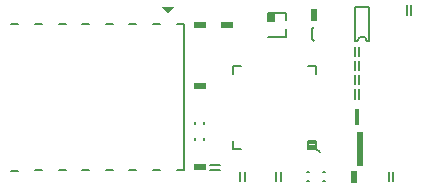
<source format=gto>
%FSLAX24Y24*%
%MOIN*%
G70*
G01*
G75*
G04 Layer_Color=16777200*
%ADD10C,0.0060*%
%ADD11C,0.0197*%
G04:AMPARAMS|DCode=12|XSize=55.1mil|YSize=39.4mil|CornerRadius=3mil|HoleSize=0mil|Usage=FLASHONLY|Rotation=0.000|XOffset=0mil|YOffset=0mil|HoleType=Round|Shape=RoundedRectangle|*
%AMROUNDEDRECTD12*
21,1,0.0551,0.0335,0,0,0.0*
21,1,0.0492,0.0394,0,0,0.0*
1,1,0.0059,0.0246,-0.0167*
1,1,0.0059,-0.0246,-0.0167*
1,1,0.0059,-0.0246,0.0167*
1,1,0.0059,0.0246,0.0167*
%
%ADD12ROUNDEDRECTD12*%
G04:AMPARAMS|DCode=13|XSize=31.5mil|YSize=23.6mil|CornerRadius=1.2mil|HoleSize=0mil|Usage=FLASHONLY|Rotation=90.000|XOffset=0mil|YOffset=0mil|HoleType=Round|Shape=RoundedRectangle|*
%AMROUNDEDRECTD13*
21,1,0.0315,0.0213,0,0,90.0*
21,1,0.0291,0.0236,0,0,90.0*
1,1,0.0024,0.0106,0.0146*
1,1,0.0024,0.0106,-0.0146*
1,1,0.0024,-0.0106,-0.0146*
1,1,0.0024,-0.0106,0.0146*
%
%ADD13ROUNDEDRECTD13*%
G04:AMPARAMS|DCode=14|XSize=19.7mil|YSize=19.7mil|CornerRadius=1mil|HoleSize=0mil|Usage=FLASHONLY|Rotation=90.000|XOffset=0mil|YOffset=0mil|HoleType=Round|Shape=RoundedRectangle|*
%AMROUNDEDRECTD14*
21,1,0.0197,0.0177,0,0,90.0*
21,1,0.0177,0.0197,0,0,90.0*
1,1,0.0020,0.0089,0.0089*
1,1,0.0020,0.0089,-0.0089*
1,1,0.0020,-0.0089,-0.0089*
1,1,0.0020,-0.0089,0.0089*
%
%ADD14ROUNDEDRECTD14*%
G04:AMPARAMS|DCode=15|XSize=19.7mil|YSize=19.7mil|CornerRadius=1mil|HoleSize=0mil|Usage=FLASHONLY|Rotation=180.000|XOffset=0mil|YOffset=0mil|HoleType=Round|Shape=RoundedRectangle|*
%AMROUNDEDRECTD15*
21,1,0.0197,0.0177,0,0,180.0*
21,1,0.0177,0.0197,0,0,180.0*
1,1,0.0020,-0.0089,0.0089*
1,1,0.0020,0.0089,0.0089*
1,1,0.0020,0.0089,-0.0089*
1,1,0.0020,-0.0089,-0.0089*
%
%ADD15ROUNDEDRECTD15*%
G04:AMPARAMS|DCode=16|XSize=15.7mil|YSize=19.7mil|CornerRadius=0mil|HoleSize=0mil|Usage=FLASHONLY|Rotation=90.000|XOffset=0mil|YOffset=0mil|HoleType=Round|Shape=Octagon|*
%AMOCTAGOND16*
4,1,8,-0.0098,-0.0039,-0.0098,0.0039,-0.0059,0.0079,0.0059,0.0079,0.0098,0.0039,0.0098,-0.0039,0.0059,-0.0079,-0.0059,-0.0079,-0.0098,-0.0039,0.0*
%
%ADD16OCTAGOND16*%

G04:AMPARAMS|DCode=17|XSize=31.5mil|YSize=23.6mil|CornerRadius=1.2mil|HoleSize=0mil|Usage=FLASHONLY|Rotation=0.000|XOffset=0mil|YOffset=0mil|HoleType=Round|Shape=RoundedRectangle|*
%AMROUNDEDRECTD17*
21,1,0.0315,0.0213,0,0,0.0*
21,1,0.0291,0.0236,0,0,0.0*
1,1,0.0024,0.0146,-0.0106*
1,1,0.0024,-0.0146,-0.0106*
1,1,0.0024,-0.0146,0.0106*
1,1,0.0024,0.0146,0.0106*
%
%ADD17ROUNDEDRECTD17*%
G04:AMPARAMS|DCode=18|XSize=15.7mil|YSize=19.7mil|CornerRadius=0mil|HoleSize=0mil|Usage=FLASHONLY|Rotation=0.000|XOffset=0mil|YOffset=0mil|HoleType=Round|Shape=Octagon|*
%AMOCTAGOND18*
4,1,8,-0.0039,0.0098,0.0039,0.0098,0.0079,0.0059,0.0079,-0.0059,0.0039,-0.0098,-0.0039,-0.0098,-0.0079,-0.0059,-0.0079,0.0059,-0.0039,0.0098,0.0*
%
%ADD18OCTAGOND18*%

G04:AMPARAMS|DCode=19|XSize=13.8mil|YSize=33.5mil|CornerRadius=0.7mil|HoleSize=0mil|Usage=FLASHONLY|Rotation=270.000|XOffset=0mil|YOffset=0mil|HoleType=Round|Shape=RoundedRectangle|*
%AMROUNDEDRECTD19*
21,1,0.0138,0.0321,0,0,270.0*
21,1,0.0124,0.0335,0,0,270.0*
1,1,0.0014,-0.0160,-0.0062*
1,1,0.0014,-0.0160,0.0062*
1,1,0.0014,0.0160,0.0062*
1,1,0.0014,0.0160,-0.0062*
%
%ADD19ROUNDEDRECTD19*%
G04:AMPARAMS|DCode=20|XSize=25.6mil|YSize=39.4mil|CornerRadius=2.6mil|HoleSize=0mil|Usage=FLASHONLY|Rotation=90.000|XOffset=0mil|YOffset=0mil|HoleType=Round|Shape=RoundedRectangle|*
%AMROUNDEDRECTD20*
21,1,0.0256,0.0343,0,0,90.0*
21,1,0.0205,0.0394,0,0,90.0*
1,1,0.0051,0.0171,0.0102*
1,1,0.0051,0.0171,-0.0102*
1,1,0.0051,-0.0171,-0.0102*
1,1,0.0051,-0.0171,0.0102*
%
%ADD20ROUNDEDRECTD20*%
G04:AMPARAMS|DCode=21|XSize=196.9mil|YSize=196.9mil|CornerRadius=9.8mil|HoleSize=0mil|Usage=FLASHONLY|Rotation=90.000|XOffset=0mil|YOffset=0mil|HoleType=Round|Shape=RoundedRectangle|*
%AMROUNDEDRECTD21*
21,1,0.1969,0.1772,0,0,90.0*
21,1,0.1772,0.1969,0,0,90.0*
1,1,0.0197,0.0886,0.0886*
1,1,0.0197,0.0886,-0.0886*
1,1,0.0197,-0.0886,-0.0886*
1,1,0.0197,-0.0886,0.0886*
%
%ADD21ROUNDEDRECTD21*%
G04:AMPARAMS|DCode=22|XSize=47.2mil|YSize=11.8mil|CornerRadius=5.9mil|HoleSize=0mil|Usage=FLASHONLY|Rotation=90.000|XOffset=0mil|YOffset=0mil|HoleType=Round|Shape=RoundedRectangle|*
%AMROUNDEDRECTD22*
21,1,0.0472,0.0000,0,0,90.0*
21,1,0.0354,0.0118,0,0,90.0*
1,1,0.0118,0.0000,0.0177*
1,1,0.0118,0.0000,-0.0177*
1,1,0.0118,0.0000,-0.0177*
1,1,0.0118,0.0000,0.0177*
%
%ADD22ROUNDEDRECTD22*%
G04:AMPARAMS|DCode=23|XSize=47.2mil|YSize=11.8mil|CornerRadius=5.9mil|HoleSize=0mil|Usage=FLASHONLY|Rotation=0.000|XOffset=0mil|YOffset=0mil|HoleType=Round|Shape=RoundedRectangle|*
%AMROUNDEDRECTD23*
21,1,0.0472,0.0000,0,0,0.0*
21,1,0.0354,0.0118,0,0,0.0*
1,1,0.0118,0.0177,0.0000*
1,1,0.0118,-0.0177,0.0000*
1,1,0.0118,-0.0177,0.0000*
1,1,0.0118,0.0177,0.0000*
%
%ADD23ROUNDEDRECTD23*%
G04:AMPARAMS|DCode=24|XSize=39mil|YSize=11.8mil|CornerRadius=0.9mil|HoleSize=0mil|Usage=FLASHONLY|Rotation=180.000|XOffset=0mil|YOffset=0mil|HoleType=Round|Shape=RoundedRectangle|*
%AMROUNDEDRECTD24*
21,1,0.0390,0.0100,0,0,180.0*
21,1,0.0372,0.0118,0,0,180.0*
1,1,0.0018,-0.0186,0.0050*
1,1,0.0018,0.0186,0.0050*
1,1,0.0018,0.0186,-0.0050*
1,1,0.0018,-0.0186,-0.0050*
%
%ADD24ROUNDEDRECTD24*%
G04:AMPARAMS|DCode=25|XSize=31.5mil|YSize=29.5mil|CornerRadius=3mil|HoleSize=0mil|Usage=FLASHONLY|Rotation=180.000|XOffset=0mil|YOffset=0mil|HoleType=Round|Shape=RoundedRectangle|*
%AMROUNDEDRECTD25*
21,1,0.0315,0.0236,0,0,180.0*
21,1,0.0256,0.0295,0,0,180.0*
1,1,0.0059,-0.0128,0.0118*
1,1,0.0059,0.0128,0.0118*
1,1,0.0059,0.0128,-0.0118*
1,1,0.0059,-0.0128,-0.0118*
%
%ADD25ROUNDEDRECTD25*%
G04:AMPARAMS|DCode=26|XSize=31.5mil|YSize=29.5mil|CornerRadius=3mil|HoleSize=0mil|Usage=FLASHONLY|Rotation=270.000|XOffset=0mil|YOffset=0mil|HoleType=Round|Shape=RoundedRectangle|*
%AMROUNDEDRECTD26*
21,1,0.0315,0.0236,0,0,270.0*
21,1,0.0256,0.0295,0,0,270.0*
1,1,0.0059,-0.0118,-0.0128*
1,1,0.0059,-0.0118,0.0128*
1,1,0.0059,0.0118,0.0128*
1,1,0.0059,0.0118,-0.0128*
%
%ADD26ROUNDEDRECTD26*%
G04:AMPARAMS|DCode=27|XSize=31.5mil|YSize=31.5mil|CornerRadius=3.2mil|HoleSize=0mil|Usage=FLASHONLY|Rotation=180.000|XOffset=0mil|YOffset=0mil|HoleType=Round|Shape=RoundedRectangle|*
%AMROUNDEDRECTD27*
21,1,0.0315,0.0252,0,0,180.0*
21,1,0.0252,0.0315,0,0,180.0*
1,1,0.0063,-0.0126,0.0126*
1,1,0.0063,0.0126,0.0126*
1,1,0.0063,0.0126,-0.0126*
1,1,0.0063,-0.0126,-0.0126*
%
%ADD27ROUNDEDRECTD27*%
G04:AMPARAMS|DCode=28|XSize=31.5mil|YSize=31.5mil|CornerRadius=3.2mil|HoleSize=0mil|Usage=FLASHONLY|Rotation=90.000|XOffset=0mil|YOffset=0mil|HoleType=Round|Shape=RoundedRectangle|*
%AMROUNDEDRECTD28*
21,1,0.0315,0.0252,0,0,90.0*
21,1,0.0252,0.0315,0,0,90.0*
1,1,0.0063,0.0126,0.0126*
1,1,0.0063,0.0126,-0.0126*
1,1,0.0063,-0.0126,-0.0126*
1,1,0.0063,-0.0126,0.0126*
%
%ADD28ROUNDEDRECTD28*%
G04:AMPARAMS|DCode=29|XSize=47.2mil|YSize=78.7mil|CornerRadius=3.5mil|HoleSize=0mil|Usage=FLASHONLY|Rotation=90.000|XOffset=0mil|YOffset=0mil|HoleType=Round|Shape=RoundedRectangle|*
%AMROUNDEDRECTD29*
21,1,0.0472,0.0717,0,0,90.0*
21,1,0.0402,0.0787,0,0,90.0*
1,1,0.0071,0.0358,0.0201*
1,1,0.0071,0.0358,-0.0201*
1,1,0.0071,-0.0358,-0.0201*
1,1,0.0071,-0.0358,0.0201*
%
%ADD29ROUNDEDRECTD29*%
G04:AMPARAMS|DCode=30|XSize=47.2mil|YSize=78.7mil|CornerRadius=0mil|HoleSize=0mil|Usage=FLASHONLY|Rotation=90.000|XOffset=0mil|YOffset=0mil|HoleType=Round|Shape=RoundedRectangle|*
%AMROUNDEDRECTD30*
21,1,0.0472,0.0787,0,0,90.0*
21,1,0.0472,0.0787,0,0,90.0*
1,1,0.0000,0.0394,0.0236*
1,1,0.0000,0.0394,-0.0236*
1,1,0.0000,-0.0394,-0.0236*
1,1,0.0000,-0.0394,0.0236*
%
%ADD30ROUNDEDRECTD30*%
G04:AMPARAMS|DCode=31|XSize=39.4mil|YSize=59.1mil|CornerRadius=3mil|HoleSize=0mil|Usage=FLASHONLY|Rotation=0.000|XOffset=0mil|YOffset=0mil|HoleType=Round|Shape=RoundedRectangle|*
%AMROUNDEDRECTD31*
21,1,0.0394,0.0532,0,0,0.0*
21,1,0.0335,0.0591,0,0,0.0*
1,1,0.0059,0.0167,-0.0266*
1,1,0.0059,-0.0167,-0.0266*
1,1,0.0059,-0.0167,0.0266*
1,1,0.0059,0.0167,0.0266*
%
%ADD31ROUNDEDRECTD31*%
%ADD32C,0.0080*%
%ADD33C,0.0100*%
G04:AMPARAMS|DCode=34|XSize=3.9mil|YSize=3.9mil|CornerRadius=0.3mil|HoleSize=0mil|Usage=FLASHONLY|Rotation=0.000|XOffset=0mil|YOffset=0mil|HoleType=Round|Shape=RoundedRectangle|*
%AMROUNDEDRECTD34*
21,1,0.0039,0.0033,0,0,0.0*
21,1,0.0033,0.0039,0,0,0.0*
1,1,0.0006,0.0017,-0.0017*
1,1,0.0006,-0.0017,-0.0017*
1,1,0.0006,-0.0017,0.0017*
1,1,0.0006,0.0017,0.0017*
%
%ADD34ROUNDEDRECTD34*%
%ADD35C,0.0197*%
%ADD36C,0.0315*%
%ADD37C,0.0039*%
%ADD38O,0.1260X0.0512*%
%ADD39C,0.0472*%
G04:AMPARAMS|DCode=40|XSize=45.3mil|YSize=86.6mil|CornerRadius=1.1mil|HoleSize=0mil|Usage=FLASHONLY|Rotation=270.000|XOffset=0mil|YOffset=0mil|HoleType=Round|Shape=RoundedRectangle|*
%AMROUNDEDRECTD40*
21,1,0.0453,0.0843,0,0,270.0*
21,1,0.0430,0.0866,0,0,270.0*
1,1,0.0023,-0.0422,-0.0215*
1,1,0.0023,-0.0422,0.0215*
1,1,0.0023,0.0422,0.0215*
1,1,0.0023,0.0422,-0.0215*
%
%ADD40ROUNDEDRECTD40*%
G04:AMPARAMS|DCode=41|XSize=45.3mil|YSize=98.4mil|CornerRadius=1.1mil|HoleSize=0mil|Usage=FLASHONLY|Rotation=270.000|XOffset=0mil|YOffset=0mil|HoleType=Round|Shape=RoundedRectangle|*
%AMROUNDEDRECTD41*
21,1,0.0453,0.0962,0,0,270.0*
21,1,0.0430,0.0984,0,0,270.0*
1,1,0.0023,-0.0481,-0.0215*
1,1,0.0023,-0.0481,0.0215*
1,1,0.0023,0.0481,0.0215*
1,1,0.0023,0.0481,-0.0215*
%
%ADD41ROUNDEDRECTD41*%
G04:AMPARAMS|DCode=42|XSize=31.5mil|YSize=48.8mil|CornerRadius=0.8mil|HoleSize=0mil|Usage=FLASHONLY|Rotation=270.000|XOffset=0mil|YOffset=0mil|HoleType=Round|Shape=RoundedRectangle|*
%AMROUNDEDRECTD42*
21,1,0.0315,0.0472,0,0,270.0*
21,1,0.0299,0.0488,0,0,270.0*
1,1,0.0016,-0.0236,-0.0150*
1,1,0.0016,-0.0236,0.0150*
1,1,0.0016,0.0236,0.0150*
1,1,0.0016,0.0236,-0.0150*
%
%ADD42ROUNDEDRECTD42*%
G04:AMPARAMS|DCode=43|XSize=59.1mil|YSize=45.3mil|CornerRadius=1.1mil|HoleSize=0mil|Usage=FLASHONLY|Rotation=270.000|XOffset=0mil|YOffset=0mil|HoleType=Round|Shape=RoundedRectangle|*
%AMROUNDEDRECTD43*
21,1,0.0591,0.0430,0,0,270.0*
21,1,0.0568,0.0453,0,0,270.0*
1,1,0.0023,-0.0215,-0.0284*
1,1,0.0023,-0.0215,0.0284*
1,1,0.0023,0.0215,0.0284*
1,1,0.0023,0.0215,-0.0284*
%
%ADD43ROUNDEDRECTD43*%
G04:AMPARAMS|DCode=44|XSize=45.7mil|YSize=47.2mil|CornerRadius=1.1mil|HoleSize=0mil|Usage=FLASHONLY|Rotation=270.000|XOffset=0mil|YOffset=0mil|HoleType=Round|Shape=RoundedRectangle|*
%AMROUNDEDRECTD44*
21,1,0.0457,0.0450,0,0,270.0*
21,1,0.0434,0.0472,0,0,270.0*
1,1,0.0023,-0.0225,-0.0217*
1,1,0.0023,-0.0225,0.0217*
1,1,0.0023,0.0225,0.0217*
1,1,0.0023,0.0225,-0.0217*
%
%ADD44ROUNDEDRECTD44*%
%ADD45C,0.0079*%
%ADD46C,0.0070*%
%ADD47R,0.0236X0.1181*%
%ADD48R,0.0295X0.0315*%
%ADD49R,0.0157X0.0571*%
%ADD50R,0.0394X0.0236*%
%ADD51R,0.0236X0.0394*%
G36*
X5276Y6142D02*
X5079Y6339D01*
X5472D01*
X5276Y6142D01*
D02*
G37*
D10*
X11890Y5197D02*
G03*
X11575Y5197I-157J0D01*
G01*
X11496D02*
X11575D01*
X11890D02*
X11968D01*
X11496D02*
Y6339D01*
X11968Y6339D01*
Y6220D02*
Y6339D01*
Y5197D02*
Y6220D01*
D45*
X6480Y1890D02*
Y1984D01*
Y2425D02*
Y2520D01*
X6157Y2425D02*
X6157Y2520D01*
Y1890D02*
Y1984D01*
X9882Y528D02*
X9976D01*
X10417Y528D02*
X10512Y528D01*
X10417Y850D02*
X10512D01*
X9882D02*
X9976D01*
X9941Y1614D02*
Y1870D01*
X9941Y1654D02*
X10197D01*
X9941Y1713D02*
X10197D01*
X9941Y1791D02*
X10197D01*
X9941Y1870D02*
X10197D01*
X10197Y1614D02*
X10315Y1496D01*
X9941Y1614D02*
X10197D01*
X10197Y1614D02*
X10197Y1870D01*
X7441Y1870D02*
X7441Y1614D01*
X7441Y1614D02*
X7697D01*
X7441Y4370D02*
X7697Y4370D01*
X7441Y4114D02*
Y4370D01*
X9941Y4370D02*
X10197D01*
X10197Y4114D02*
Y4370D01*
X10197Y4114D02*
X10197Y4114D01*
X10059Y5591D02*
X10138Y5669D01*
X10059Y5276D02*
X10138Y5197D01*
X10059Y5276D02*
Y5591D01*
X39Y866D02*
X276D01*
X827Y906D02*
X1063D01*
X1614D02*
X1850D01*
X2402D02*
X2638D01*
X3189D02*
X3425D01*
X3976D02*
X4213D01*
X4764D02*
X5000D01*
X4764Y5787D02*
X5000D01*
X3976D02*
X4213D01*
X3189D02*
X3425D01*
X2402D02*
X2638D01*
X1614D02*
X1850D01*
X827D02*
X1063D01*
X39D02*
X276D01*
X5551Y906D02*
X5787D01*
Y5787D01*
X5551D02*
X5787D01*
X6673Y1073D02*
X6988D01*
X6673Y915D02*
X6988D01*
X11486Y4705D02*
Y5020D01*
X11644Y4705D02*
Y5020D01*
X11486Y4232D02*
Y4547D01*
X11644Y4232D02*
Y4547D01*
X11644Y3760D02*
Y4075D01*
X11486Y3760D02*
Y4075D01*
X13218Y6083D02*
Y6398D01*
X13376Y6083D02*
Y6398D01*
X12618Y531D02*
Y846D01*
X12776Y531D02*
Y846D01*
X11486Y3287D02*
Y3602D01*
X11644Y3287D02*
Y3602D01*
X9016Y531D02*
Y846D01*
X8858Y531D02*
Y846D01*
X7835Y531D02*
Y846D01*
X7677Y531D02*
Y846D01*
D46*
X8583Y6142D02*
X9213D01*
Y5906D02*
Y6142D01*
Y5354D02*
Y5591D01*
X8583Y5354D02*
X9213D01*
D47*
X11653Y1614D02*
D03*
D48*
X8696Y5988D02*
D03*
D49*
X11575Y2677D02*
D03*
D50*
X6319Y994D02*
D03*
X6319Y3691D02*
D03*
X6339Y5748D02*
D03*
X7244Y5748D02*
D03*
D51*
X11476Y689D02*
D03*
X10128Y6083D02*
D03*
M02*

</source>
